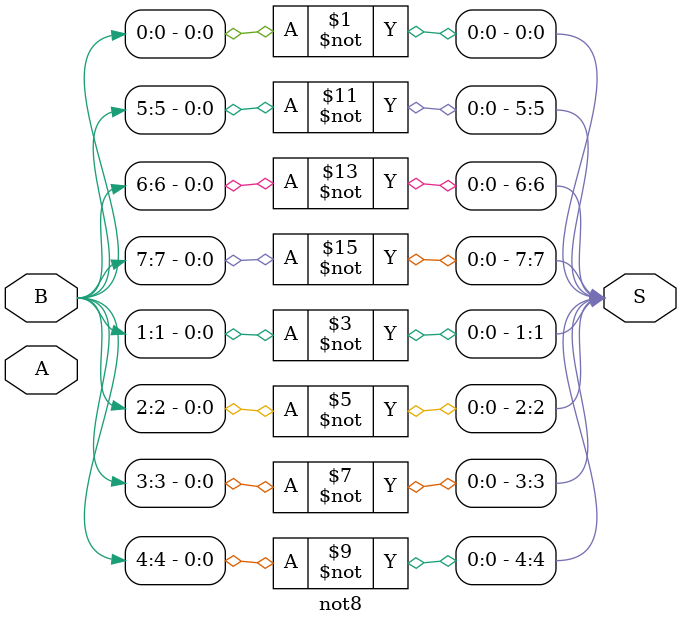
<source format=v>
module not8 (S, A, B);

	output [7:0] S;
	input  [7:0] A;
	input  [7:0] B;

	not Not0 (S[0], A[0], B[0]);
	not Not1 (S[1], A[1], B[1]);
	not Not2 (S[2], A[2], B[2]);
	not Not3 (S[3], A[3], B[3]);
	not Not4 (S[4], A[4], B[4]);
	not Not5 (S[5], A[5], B[5]);
	not Not6 (S[6], A[6], B[6]);
	not Not7 (S[7], A[7], B[7]);

endmodule

</source>
